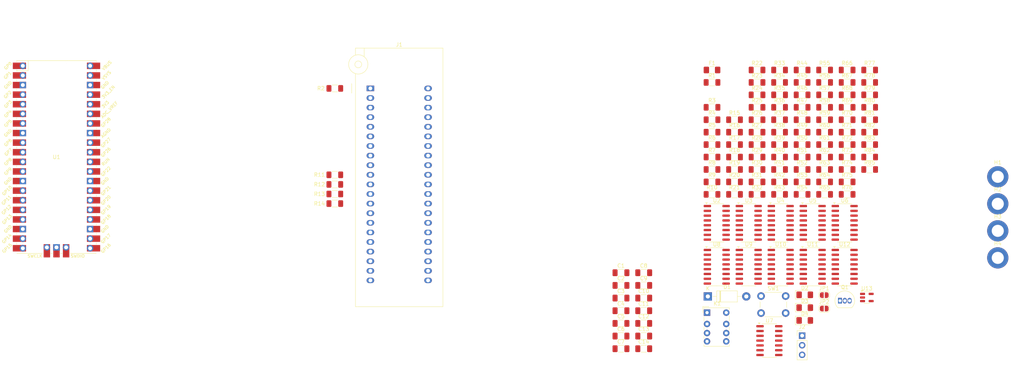
<source format=kicad_pcb>
(kicad_pcb (version 20240108) (generator "pcbnew") (generator_version "8.0")
  (layers (0 "F.Cu" signal) (31 "B.Cu" signal) (34 "B.Paste" user) (35 "F.Paste" user) (36 "B.SilkS" user "B.Silkscreen") (37 "F.SilkS" user "F.Silkscreen") (38 "B.Mask" user) (39 "F.Mask" user) (44 "Edge.Cuts" user))
  (net 0 "")
  (net 1 "GND")
  (net 2 "/SWITCHED_VCC")
  (net 3 "VCC")
  (net 4 "+3V3")
  (net 5 "Net-(D1-A)")
  (net 6 "Net-(D2-K)")
  (net 7 "Net-(D3-A)")
  (net 8 "Net-(D4-A)")
  (net 9 "Net-(U1-VBUS)")
  (net 10 "/ZIF_4")
  (net 11 "/ZIF_2")
  (net 12 "/ZIF_33")
  (net 13 "/ZIF_37")
  (net 14 "/ZIF_26")
  (net 15 "/ZIF_15")
  (net 16 "/ZIF_34")
  (net 17 "/ZIF_11")
  (net 18 "/ZIF_29")
  (net 19 "/ZIF_17")
  (net 20 "/ZIF_22")
  (net 21 "/ZIF_20")
  (net 22 "/ZIF_25")
  (net 23 "/ZIF_3")
  (net 24 "/ZIF_1")
  (net 25 "/ZIF_12")
  (net 26 "/ZIF_31")
  (net 27 "/ZIF_14")
  (net 28 "/ZIF_27")
  (net 29 "/ZIF_8")
  (net 30 "/ZIF_32")
  (net 31 "/ZIF_24")
  (net 32 "/ZIF_41")
  (net 33 "/ZIF_18")
  (net 34 "/ZIF_40")
  (net 35 "/ZIF_13")
  (net 36 "/ZIF_30")
  (net 37 "/ZIF_39")
  (net 38 "/ZIF_7")
  (net 39 "/ZIF_10")
  (net 40 "/ZIF_38")
  (net 41 "/ZIF_23")
  (net 42 "/ZIF_35")
  (net 43 "/ZIF_36")
  (net 44 "/ZIF_6")
  (net 45 "/ZIF_5")
  (net 46 "/ZIF_28")
  (net 47 "/ZIF_16")
  (net 48 "/ZIF_9")
  (net 49 "/ZIF_19")
  (net 50 "Net-(J2-Pin_3)")
  (net 51 "Net-(J2-Pin_1)")
  (net 52 "Net-(JP1-B)")
  (net 53 "Net-(JP2-B)")
  (net 56 "Net-(Q1-B)")
  (net 57 "Net-(R1-Pad1)")
  (net 58 "Net-(U2-QA)")
  (net 59 "Net-(U2-QB)")
  (net 60 "Net-(U2-QC)")
  (net 61 "Net-(U2-QD)")
  (net 62 "Net-(U2-QE)")
  (net 63 "Net-(U2-QF)")
  (net 64 "Net-(U2-QG)")
  (net 65 "Net-(U2-QH)")
  (net 66 "Net-(U3-QA)")
  (net 67 "Net-(U3-QB)")
  (net 68 "Net-(U3-QC)")
  (net 69 "Net-(U3-QD)")
  (net 70 "Net-(U3-QE)")
  (net 71 "Net-(U3-QF)")
  (net 72 "Net-(U3-QG)")
  (net 73 "Net-(U3-QH)")
  (net 74 "Net-(U4-QA)")
  (net 75 "Net-(U4-QB)")
  (net 76 "Net-(U4-QC)")
  (net 77 "Net-(U4-QD)")
  (net 78 "Net-(U4-QE)")
  (net 79 "Net-(U4-QF)")
  (net 80 "Net-(U4-QG)")
  (net 81 "Net-(U4-QH)")
  (net 82 "Net-(U5-QA)")
  (net 83 "Net-(U5-QB)")
  (net 84 "Net-(U5-QC)")
  (net 85 "Net-(U5-QD)")
  (net 86 "Net-(U5-QE)")
  (net 87 "Net-(U5-QF)")
  (net 88 "Net-(U5-QG)")
  (net 89 "Net-(U5-QH)")
  (net 90 "Net-(U6-QA)")
  (net 91 "Net-(U6-QB)")
  (net 92 "Net-(U6-QC)")
  (net 93 "Net-(U6-QD)")
  (net 94 "Net-(U6-QE)")
  (net 95 "Net-(U6-QF)")
  (net 96 "Net-(U6-QG)")
  (net 97 "Net-(U6-QH)")
  (net 98 "/SIPO_CLK")
  (net 99 "/PISO_CLK")
  (net 100 "Net-(U1-RUN)")
  (net 103 "/~{SIPO_OE}")
  (net 106 "/SIPO_SER")
  (net 112 "/SIPO_RCLK")
  (net 116 "/~{SIPO_CLR}")
  (net 122 "/PISO_SH")
  (net 125 "/~{PISO_CLR}")
  (net 128 "/PISO_INH")
  (net 131 "/~{RELAY_ENABLE}")
  (net 132 "/PISO_SER_3V3")
  (net 144 "Net-(U2-QH')")
  (net 145 "Net-(U2-~{OE})")
  (net 146 "Net-(U3-QH')")
  (net 147 "Net-(U4-QH')")
  (net 148 "Net-(U5-QH')")
  (net 150 "Net-(U7-Pad4)")
  (net 151 "Net-(U7-Pad1)")
  (net 152 "Net-(U8-Qh)")
  (net 153 "Net-(U10-Ds)")
  (net 155 "Net-(U10-Qh)")
  (net 156 "Net-(U11-Qh)")
  (net 157 "/PISO_SER")
  (footprint "Resistor_SMD:R_1206_3216Metric_Pad1.30x1.75mm_HandSolder" (layer "F.Cu") (at 228.01 74.549)
    (property "Reference" "R29")
    (property "Value" "10K")
  )
  (footprint "Resistor_SMD:R_1206_3216Metric_Pad1.30x1.75mm_HandSolder" (layer "F.Cu") (at 245.86 84.419)
    (property "Reference" "R65")
    (property "Value" "100K")
  )
  (footprint "Resistor_SMD:R_1206_3216Metric_Pad1.30x1.75mm_HandSolder" (layer "F.Cu") (at 222.06 71.259)
    (property "Reference" "R17")
    (property "Value" "10K")
  )
  (footprint "Package_SO:SOIC-16_3.9x9.9mm_P1.27mm" (layer "F.Cu") (at 225.81 103.579)
    (property "Reference" "U9")
    (property "Value" "74HCT166")
  )
  (footprint "Resistor_SMD:R_1206_3216Metric_Pad1.30x1.75mm_HandSolder" (layer "F.Cu") (at 216.11 67.969)
    (property "Reference" "R5")
    (property "Value" "10K")
  )
  (footprint "Capacitor_SMD:C_1206_3216Metric_Pad1.33x1.80mm_HandSolder" (layer "F.Cu") (at 192.06 121.909)
    (property "Reference" "C6")
    (property "Value" "100nF")
  )
  (footprint "Capacitor_SMD:C_1206_3216Metric_Pad1.33x1.80mm_HandSolder" (layer "F.Cu") (at 192.06 111.859)
    (property "Reference" "C3")
    (property "Value" "100nF")
  )
  (footprint "Capacitor_SMD:C_1206_3216Metric_Pad1.33x1.80mm_HandSolder" (layer "F.Cu") (at 198.07 111.859)
    (property "Reference" "C10")
    (property "Value" "100nF")
  )
  (footprint "Resistor_SMD:R_1206_3216Metric_Pad1.30x1.75mm_HandSolder" (layer "F.Cu") (at 233.96 81.129)
    (property "Reference" "R42")
    (property "Value" "100K")
  )
  (footprint "Resistor_SMD:R_1206_3216Metric_Pad1.30x1.75mm_HandSolder" (layer "F.Cu") (at 251.81 67.969)
    (property "Reference" "R71")
    (property "Value" "100K")
  )
  (footprint "Capacitor_SMD:C_1206_3216Metric_Pad1.33x1.80mm_HandSolder" (layer "F.Cu") (at 198.07 121.909)
    (property "Reference" "C13")
    (property "Value" "100nF")
  )
  (footprint "Resistor_SMD:R_1206_3216Metric_Pad1.30x1.75mm_HandSolder" (layer "F.Cu") (at 228.01 54.809)
    (property "Reference" "R23")
    (property "Value" "10K")
  )
  (footprint "Resistor_SMD:R_1206_3216Metric_Pad1.30x1.75mm_HandSolder" (layer "F.Cu") (at 239.91 67.969)
    (property "Reference" "R49")
    (property "Value" "100K")
  )
  (footprint "MountingHole:MountingHole_3.2mm_M3_DIN965_Pad" (layer "F.Cu") (at 291.609 101.225)
    (property "Reference" "H4")
    (property "Value" "MountingHole_Pad")
  )
  (footprint "Capacitor_SMD:C_1206_3216Metric_Pad1.33x1.80mm_HandSolder" (layer "F.Cu") (at 198.07 105.159)
    (property "Reference" "C8")
    (property "Value" "100nF")
  )
  (footprint "Resistor_SMD:R_1206_3216Metric_Pad1.30x1.75mm_HandSolder" (layer "F.Cu") (at 257.76 61.389)
    (property "Reference" "R80")
    (property "Value" "100K")
  )
  (footprint "Capacitor_SMD:C_1206_3216Metric_Pad1.33x1.80mm_HandSolder" (layer "F.Cu") (at 198.07 118.559)
    (property "Reference" "C12")
    (property "Value" "100nF")
  )
  (footprint "Capacitor_SMD:C_1206_3216Metric_Pad1.33x1.80mm_HandSolder" (layer "F.Cu") (at 192.06 108.509)
    (property "Reference" "C2")
    (property "Value" "10uF")
  )
  (footprint "Diode_THT:D_DO-41_SOD81_P10.16mm_Horizontal" (layer "F.Cu") (at 215.01 111.429)
    (property "Reference" "D1")
    (property "Value" "1N5818")
  )
  (footprint "MountingHole:MountingHole_3.2mm_M3_DIN965_Pad" (layer "F.Cu") (at 291.609 94.075)
    (property "Reference" "H3")
    (property "Value" "MountingHole_Pad")
  )
  (footprint "Resistor_SMD:R_1206_3216Metric_Pad1.30x1.75mm_HandSolder" (layer "F.Cu") (at 216.11 77.839)
    (property "Reference" "R8")
    (property "Value" "10K")
  )
  (footprint "Resistor_SMD:R_1206_3216Metric_Pad1.30x1.75mm_HandSolder" (layer "F.Cu") (at 222.06 81.129)
    (property "Reference" "R20")
    (property "Value" "10K")
  )
  (footprint "Resistor_SMD:R_1206_3216Metric_Pad1.30x1.75mm_HandSolder" (layer "F.Cu") (at 251.81 51.519)
    (property "Reference" "R66")
    (property "Value" "100K")
  )
  (footprint "Resistor_SMD:R_1206_3216Metric_Pad1.30x1.75mm_HandSolder" (layer "F.Cu") (at 257.76 77.839)
    (property "Reference" "R85")
    (property "Value" "100K")
  )
  (footprint "Jumper:SolderJumper-2_P1.3mm_Open_RoundedPad1.0x1.5mm" (layer "F.Cu") (at 245.76 111.079)
    (property "Reference" "JP1")
    (property "Value" "Switch 1")
  )
  (footprint "Capacitor_SMD:C_1206_3216Metric_Pad1.33x1.80mm_HandSolder" (layer "F.Cu") (at 192.06 118.559)
    (property "Reference" "C5")
    (property "Value" "100nF")
  )
  (footprint "Resistor_SMD:R_1206_3216Metric_Pad1.30x1.75mm_HandSolder" (layer "F.Cu") (at 222.06 84.419)
    (property "Reference" "R21")
    (property "Value" "10K")
  )
  (footprint "Resistor_SMD:R_1206_3216Metric_Pad1.30x1.75mm_HandSolder" (layer "F.Cu") (at 228.01 64.679)
    (property "Reference" "R26")
    (property "Value" "10K")
  )
  (footprint "Resistor_SMD:R_1206_3216Metric_Pad1.30x1.75mm_HandSolder" (layer "F.Cu") (at 233.96 54.809)
    (property "Reference" "R34")
    (property "Value" "10K")
  )
  (footprint "Package_SO:SOIC-16_3.9x9.9mm_P1.27mm" (layer "F.Cu") (at 242.71 103.579)
    (property "Reference" "U11")
    (property "Value" "74HCT166")
  )
  (footprint "Package_SO:SOIC-14_3.9x8.7mm_P1.27mm" (layer "F.Cu") (at 231.27 123.114)
    (property "Reference" "U7")
    (property "Value" "74HCT02")
  )
  (footprint "Resistor_SMD:R_1206_3216Metric_Pad1.30x1.75mm_HandSolder" (layer "F.Cu") (at 216.11 71.259)
    (property "Reference" "R6")
    (property "Value" "10K")
  )
  (footprint "Resistor_SMD:R_1206_3216Metric_Pad1.30x1.75mm_HandSolder" (layer "F.Cu") (at 245.86 58.099)
    (property "Reference" "R57")
    (property "Value" "100K")
  )
  (footprint "Resistor_SMD:R_1206_3216Metric_Pad1.30x1.75mm_HandSolder" (layer "F.Cu") (at 228.01 61.389)
    (property "Reference" "R25")
    (property "Value" "10K")
  )
  (footprint "Resistor_SMD:R_1206_3216Metric_Pad1.30x1.75mm_HandSolder" (layer "F.Cu") (at 239.91 81.129)
    (property "Reference" "R53")
    (property "Value" "100K")
  )
  (footprint "Capacitor_SMD:C_1206_3216Metric_Pad1.33x1.80mm_HandSolder" (layer "F.Cu") (at 198.07 115.209)
    (property "Reference" "C11")
    (property "Value" "100nF")
  )
  (footprint "Resistor_SMD:R_1206_3216Metric_Pad1.30x1.75mm_HandSolder" (layer "F.Cu") (at 228.01 84.419)
    (property "Reference" "R32")
    (property "Value" "10K")
  )
  (footprint "Resistor_SMD:R_1206_3216Metric_Pad1.30x1.75mm_HandSolder" (layer "F.Cu") (at 257.76 74.549)
    (property "Reference" "R84")
    (property "Value" "100K")
  )
  (footprint "Resistor_SMD:R_1206_3216Metric_Pad1.30x1.75mm_HandSolder" (layer "F.Cu") (at 228.01 67.969)
    (property "Reference" "R27")
    (property "Value" "10K")
  )
  (footprint "Resistor_SMD:R_1206_3216Metric_Pad1.30x1.75mm_HandSolder" (layer "F.Cu") (at 233.96 74.549)
    (property "Reference" "R40")
    (property "Value" "10K")
  )
  (footprint "Capacitor_SMD:C_1206_3216Metric_Pad1.33x1.80mm_HandSolder" (layer "F.Cu") (at 192.06 115.209)
    (property "Reference" "C4")
    (property "Value" "100nF")
  )
  (footprint "Resistor_SMD:R_1206_3216Metric_Pad1.30x1.75mm_HandSolder" (layer "F.Cu") (at 216.11 81.129)
    (property "Reference" "R9")
    (property "Value" "10K")
  )
  (footprint "Resistor_SMD:R_1206_3216Metric_Pad1.30x1.75mm_HandSolder" (layer "F.Cu") (at 251.81 54.809)
    (property "Reference" "R67")
    (property "Value" "100K")
  )
  (footprint "Resistor_SMD:R_1206_3216Metric_Pad1.30x1.75mm_HandSolder" (layer "F.Cu") (at 233.96 84.419)
    (property "Reference" "R43")
    (property "Value" "1.2K")
  )
  (footprint "Resistor_SMD:R_1206_3216Metric_Pad1.30x1.75mm_HandSolder" (layer "F.Cu") (at 245.86 77.839)
    (property "Reference" "R63")
    (property "Value" "100K")
  )
  (footprint "LED_SMD:LED_1206_3216Metric_Pad1.42x1.75mm_HandSolder" (layer "F.Cu") (at 240.615 114.389)
    (property "Reference" "D3")
    (property "Value" "SIPO ACT")
  )
  (footprint "Resistor_SMD:R_1206_3216Metric_Pad1.30x1.75mm_HandSolder" (layer "F.Cu") (at 228.01 81.129)
    (property "Reference" "R31")
    (property "Value" "10K")
  )
  (footprint "Package_SO:SOIC-16_3.9x9.9mm_P1.27mm" (layer "F.Cu") (at 225.81 91.959)
    (property "Reference" "U3")
    (property "Value" "74HCT595")
  )
  (footprint "Jumper:SolderJumper-2_P1.3mm_Open_RoundedPad1.0x1.5mm" (layer "F.Cu") (at 245.76 114.629)
    (property "Reference" "JP2")
    (property "Value" "Switch 2")
  )
  (footprint "LED_SMD:LED_1206_3216Metric_Pad1.42x1.75mm_HandSolder" (layer "F.Cu") (at 240.615 110.999)
    (property "Reference" "D2")
    (property "Value" "SOCKET VCC")
  )
  (footprint "Resistor_SMD:R_1206_3216Metric_Pad1.30x1.75mm_HandSolder" (layer "F.Cu") (at 245.86 67.969)
    (property "Reference" "R60")
    (property "Value" "100K")
  )
  (footprint "Resistor_SMD:R_1206_3216Metric_Pad1.30x1.75mm_HandSolder" (layer "F.Cu") (at 216.11 84.419)
    (property "Reference" "R10")
    (property "Value" "10K")
  )
  (footprint "Package_SO:SOIC-16_3.9x9.9mm_P1.27mm" (layer "F.Cu") (at 217.36 103.579)
    (property "Reference" "U8")
    (property "Value" "74HCT166")
  )
  (footprint "Resistor_SMD:R_1206_3216Metric_Pad1.30x1.75mm_HandSolder" (layer "F.Cu") (at 239.91 71.259)
    (property "Reference" "R50")
    (property "Value" "100K")
  )
  (footprint "Resistor_SMD:R_1206_3216Metric_Pad1.30x1.75mm_HandSolder" (layer "F.Cu") (at 233.96 64.679)
    (property "Reference" "R37")
    (property "Value" "10K")
  )
  (footprint "Resistor_SMD:R_1206_3216Metric_Pad1.30x1.75mm_HandSolder" (layer "F.Cu") (at 245.86 74.549)
    (property "Reference" "R62")
    (property "Value" "100K")
  )
  (footprint "Resistor_SMD:R_1206_3216Metric_Pad1.30x1.75mm_HandSolder" (layer "F.Cu") (at 239.91 77.839)
    (property "Reference" "R52")
    (property "Value" "100K")
  )
  (footprint "Capacitor_SMD:C_1206_3216Metric_Pad1.33x1.80mm_HandSolder" (layer "F.Cu") (at 198.07 125.259)
    (property "Reference" "C14")
    (property "Value" "100nF")
  )
  (footprint "Resistor_SMD:R_1206_3216Metric_Pad1.30x1.75mm_HandSolder" (layer "F.Cu") (at 222.06 64.679)
    (property "Reference" "R15")
    (property "Value" "10K")
  )
  (footprint "Package_SO:SOIC-16_3.9x9.9mm_P1.27mm" (layer "F.Cu") (at 217.36 91.959)
    (property "Reference" "U2")
    (property "Value" "74HCT595")
  )
  (footprint "Package_TO_SOT_THT:TO-92_Inline" (layer "F.Cu") (at 249.92 112.559)
    (property "Reference" "Q1")
    (property "Value" "2N3904")
  )
  (footprint "Resistor_SMD:R_1206_3216Metric_Pad1.30x1.75mm_HandSolder" (layer "F.Cu") (at 116.459 86.868)
    (property "Reference" "R14")
    (property "Value" "10K")
  )
  (footprint "Resistor_SMD:R_1206_3216Metric_Pad1.30x1.75mm_HandSolder" (layer "F.Cu") (at 257.76 58.099)
    (property "Reference" "R79")
    (property "Value" "100K")
  )
  (footprint "Resistor_SMD:R_1206_3216Metric_Pad1.30x1.75mm_HandSolder" (layer "F.Cu") (at 245.86 64.679)
    (property "Reference" "R59")
    (property "Value" "100K")
  )
  (footprint "Resistor_SMD:R_1206_3216Metric_Pad1.30x1.75mm_HandSolder" (layer "F.Cu") (at 233.96 77.839)
    (property "Reference" "R41")
    (property "Value" "10K")
  )
  (footprint "Resistor_SMD:R_1206_3216Metric_Pad1.30x1.75mm_HandSolder" (layer "F.Cu") (at 239.91 58.099)
    (property "Reference" "R46")
    (property "Value" "100K")
  )
  (footprint "Resistor_SMD:R_1206_3216Metric_Pad1.30x1.75mm_HandSolder" (layer "F.Cu") (at 233.96 67.969)
    (property "Reference" "R38")
    (property "Value" "10K")
  )
  (footprint "Resistor_SMD:R_1206_3216Metric_Pad1.30x1.75mm_HandSolder" (layer "F.Cu") (at 216.11 64.679)
    (property "Reference" "R4")
    (property "Value" "10K")
  )
  (footprint "Resistor_SMD:R_1206_3216Metric_Pad1.30x1.75mm_HandSolder" (layer "F.Cu") (at 251.81 74.549)
    (property "Reference" "R73")
    (property "Value" "100K")
  )
  (footprint "Resistor_SMD:R_1206_3216Metric_Pad1.30x1.75mm_HandSolder" (layer "F.Cu") (at 116.459 56.388)
    (property "Reference" "R2")
    (property "Value" "10K")
  )
  (footprint "LED_SMD:LED_1206_3216Metric_Pad1.42x1.75mm_HandSolder" (layer "F.Cu") (at 240.615 117.779)
    (property "Reference" "D4")
    (property "Value" "PISO ACT")
  )
  (footprint "Resistor_SMD:R_1206_3216Metric_Pad1.30x1.75mm_HandSolder" (layer "F.Cu") (at 116.459 84.328)
    (property "Reference" "R13")
    (property "Value" "10K")
  )
  (footprint "Package_TO_SOT_SMD:SOT-23-5" (layer "F.Cu") (at 257.02 111.704)
    (property "Reference" "U13")
    (property "Value" "SN74LV1T125DBV")
  )
  (footprint "Resistor_SMD:R_1206_3216Metric_Pad1.30x1.75mm_HandSolder" (layer "F.Cu") (at 251.81 77.839)
    (property "Reference" "R74")
    (property "Value" "100K")
  )
  (footprint "Resistor_SMD:R_1206_3216Metric_Pad1.30x1.75mm_HandSolder" (layer "F.Cu") (at 257.76 51.519)
    (property "Reference" "R77")
    (property "Value" "100K")
  )
  (footprint "Resistor_SMD:R_1206_3216Metric_Pad1.30x1.75mm_HandSolder" (layer "F.Cu") (at 257.76 64.679)
    (property "Reference" "R81")
    (property "Value" "100K")
  )
  (footprint "Resistor_SMD:R_1206_3216Metric_Pad1.30x1.75mm_HandSolder" (layer "F.Cu") (at 251.81 58.099)
    (property "Reference" "R68")
    (property "Value" "100K")
  )
  (footprint "Relay_THT:Relay_DPDT_Omron_G6K-2P-Y" (layer "F.Cu") (at 214.795 115.714)
    (property "Reference" "K1")
    (property "Value" "G6K-2")
  )
  (footprint "Button_Switch_THT:SW_PUSH_6mm" (layer "F.Cu") (at 229.07 111.329)
    (property "Reference" "SW1")
    (property "Value" "RESET")
  )
  (footprint "Resistor_SMD:R_1206_3216Metric_Pad1.30x1.75mm_HandSolder" (layer "F.Cu") (at 239.91 51.519)
    (property "Reference" "R44")
    (property "Value" "1K")
  )
  (footprint "Resistor_SMD:R_1206_3216Metric_Pad1.30x1.75mm_HandSolder" (layer "F.Cu") (at 116.459 81.788)
    (property "Reference" "R12")
    (property "Value" "10K")
  )
  (footprint "Resistor_SMD:R_1206_3216Metric_Pad1.30x1.75mm_HandSolder" (layer "F.Cu") (at 216.11 54.809)
    (property "Reference" "R1")
    (property "Value" "2.2K")
  )
  (footprint "Resistor_SMD:R_1206_3216Metric_Pad1.30x1.75mm_HandSolder" (layer "F.Cu") (at 239.91 61.389)
    (property "Reference" "R47")
    (property "Value" "100K")
  )
  (footprint "Package_SO:SOIC-16_3.9x9.9mm_P1.27mm" (layer "F.Cu") (at 234.26 103.579)
    (property "Reference" "U10")
    (property "Value" "74HCT166")
  )
  (footprint "Socket:DIP_Socket-42_W11.9_W12.7_W15.24_W17.78_W18.5_3M_242-1281-00-0602J" (layer "F.Cu") (at 125.857 56.388)
    (property "Reference" "J1")
    (property "Value" "ZIF Socket")
  )
  (footprint "MountingHole:MountingHole_3.2mm_M3_DIN965_Pad" (layer "F.Cu") (at 291.609 79.775)
    (property "Reference" "H1")
    (property "Value" "MountingHole_Pad")
  )
  (footprint "Resistor_SMD:R_1206_3216Metric_Pad1.30x1.75mm_HandSolder" (layer "F.Cu") (at 245.86 81.129)
    (property "Reference" "R64")
    (property "Value" "100K")
  )
  (footprint "Resistor_SMD:R_1206_3216Metric_Pad1.30x1.75mm_HandSolder" (layer "F.Cu") (at 245.86 71.259)
    (property "Reference" "R61")
    (property "Value" "100K")
  )
  (footprint "Resistor_SMD:R_1206_3216Metric_Pad1.30x1.75mm_HandSolder" (layer "F.Cu") (at 233.96 58.099)
    (property "Reference" "R35")
    (property "Value" "10K")
  )
  (footprint "Resistor_SMD:R_1206_3216Metric_Pad1.30x1.75mm_HandSolder" (layer "F.Cu") (at 233.96 61.389)
    (property "Reference" "R36")
    (property "Value" "10K")
  )
  (footprint "Package_SO:SOIC-16_3.9x9.9mm_P1.27mm" (layer "F.Cu") (at 242.71 91.959)
    (property "Reference" "U5")
    (property "Value" "74HCT595")
  )
  (footprint "Capacitor_SMD:C_1206_3216Metric_Pad1.33x1.80mm_HandSolder" (layer "F.Cu") (at 192.06 105.159)
    (property "Reference" "C1")
    (property "Value" "100nF")
  )
  (footprint "Resistor_SMD:R_1206_3216Metric_Pad1.30x1.75mm_HandSolder" (layer "F.Cu") (at 239.91 74.549)
    (property "Reference" "R51")
    (property "Value" "100K")
  )
  (footprint "Resistor_SMD:R_1206_3216Metric_Pad1.30x1.75mm_HandSolder" (layer "F.Cu") (at 257.76 71.259)
    (property "Reference" "R83")
    (property "Value" "100K")
  )
  (footprint "Connector_PinHeader_2.54mm:PinHeader_1x03_P2.54mm_Vertical" (layer "F.Cu") (at 239.92 121.799)
    (property "Reference" "J2")
    (property "Value" "Debug Header")
  )
  (footprint "Resistor_SMD:R_1206_3216Metric_Pad1.30x1.75mm_HandSolder" (layer "F.Cu") (at 228.01 51.519)
    (property "Reference" "R22")
    (property "Value" "10K")
  )
  (footprint "Package_SO:SOIC-16_3.9x9.9mm_P1.27mm" (layer "F.Cu") (at 234.26 91.959)
    (property "Reference" "U4")
    (property "Value" "74HCT595")
  )
  (footprint "Resistor_SMD:R_1206_3216Metric_Pad1.30x1.75mm_HandSolder" (layer "F.Cu") (at 251.81 64.679)
    (property "Reference" "R70")
    (property "Value" "100K")
  )
  (footprint "Package_SO:SOIC-16_3.9x9.9mm_P1.27mm" (layer "F.Cu") (at 251.16 103.579)
    (property "Reference" "U12")
    (property "Value" "74HCT166")
  )
  (footprint "Fuse:Fuse_1206_3216Metric_Pad1.42x1.75mm_HandSolder" (layer "F.Cu") (at 216.11 51.519)
    (property "Reference" "F1")
    (property "Value" "500mA")
  )
  (footprint "MCU_RaspberryPi_and_Boards:RPi_Pico_SMD_TH" (layer "F.Cu") (at 42.926 74.549)
    (property "Reference" "U1")
    (property "Value" "Pico")
  )
  (footprint "Resistor_SMD:R_1206_3216Metric_Pad1.30x1.75mm_HandSolder" (layer "F.Cu") (at 228.01 71.259)
    (property "Reference" "R28")
    (property "Value" "10K")
  )
  (footprint "Capacitor_SMD:C_1206_3216Metric_Pad1.33x1.80mm_HandSolder" (layer "F.Cu") (at 192.06 125.259)
    (property "Reference" "C7")
    (property "Value" "100nF")
  )
  (footprint "Resistor_SMD:R_1206_3216Metric_Pad1.30x1.75mm_HandSolder" (layer "F.Cu") (at 222.06 74.549)
    (property "Reference" "R18")
    (property "Value" "10K")
  )
  (footprint "Resistor_SMD:R_1206_3216Metric_Pad1.30x1.75mm_HandSolder" (layer "F.Cu") (at 116.459 79.248)
    (property "Reference" "R11")
    (property "Value" "10K")
  )
  (footprint "Resistor_SMD:R_1206_3216Metric_Pad1.30x1.75mm_HandSolder" (layer "F.Cu") (at 222.06 67.969)
    (property "Reference" "R16")
    (property "Value" "10K")
  )
  (footprint "Resistor_SMD:R_1206_3216Metric_Pad1.30x1.75mm_HandSolder" (layer "F.Cu") (at 228.01 77.839)
    (property "Reference" "R30")
    (property "Value" "10K")
  )
  (footprint "Resistor_SMD:R_1206_3216Metric_Pad1.30x1.75mm_HandSolder" (layer "F.Cu") (at 245.86 61.389)
    (property "Reference" "R58")
    (property "Value" "100K")
  )
  (footprint "Resistor_SMD:R_1206_3216Metric_Pad1.30x1.75mm_HandSolder" (layer "F.Cu") (at 257.76 67.969)
    (property "Reference" "R82")
    (property "Value" "100K")
  )
  (footprint "Resistor_SMD:R_1206_3216Metric_Pad1.30x1.75mm_HandSolder" (layer "F.Cu") (at 251.81 84.419)
    (property "Reference" "R76")
    (property "Value" "100K")
  )
  (footprint "Package_SO:SOIC-16_3.9x9.9mm_P1.27mm" (layer "F.Cu") (at 251.16 91.959)
    (property "Reference" "U6")
    (property "Value" "74HCT595")
  )
  (footprint "Resistor_SMD:R_1206_3216Metric_Pad1.30x1.75mm_HandSolder" (layer "F.Cu") (at 233.96 71.259)
    (property "Reference" "R39")
    (property "Value" "10K")
  )
  (footprint "Resistor_SMD:R_1206_3216Metric_Pad1.30x1.75mm_HandSolder" (layer "F.Cu") (at 251.81 61.389)
    (property "Reference" "R69")
    (property "Value" "100K")
  )
  (footprint "Resistor_SMD:R_1206_3216Metric_Pad1.30x1.75mm_HandSolder" (layer "F.Cu") (at 239.91 84.419)
    (property "Reference" "R54")
    (property "Value" "100K")
  )
  (footprint "Resistor_SMD:R_1206_3216Metric_Pad1.30x1.75mm_HandSolder" (layer "F.Cu") (at 216.11 74.549)
    (property "Reference" "R7")
    (property "Value" "10K")
  )
  (footprint "Resistor_SMD:R_1206_3216Metric_Pad1.30x1.75mm_HandSolder" (layer "F.Cu") (at 251.81 81.129)
    (property "Reference" "R75")
    (property "Value" "100K")
  )
  (footprint "Resistor_SMD:R_1206_3216Metric_Pad1.30x1.75mm_HandSolder" (layer "F.Cu") (at 239.91 54.809)
    (property "Reference" "R45")
    (property "Value" "1K")
  )
  (footprint "Resistor_SMD:R_1206_3216Metric_Pad1.30x1.75mm_HandSolder" (layer "F.Cu") (at 245.86 54.809)
    (property "Reference" "R56")
    (property "Value" "100K")
  )
  (footprint "Resistor_SMD:R_1206_3216Metric_Pad1.30x1.75mm_HandSolder" (layer "F.Cu") (at 257.76 54.809)
    (property "Reference" "R78")
    (property "Value" "100K")
  )
  (footprint "Resistor_SMD:R_1206_3216Metric_Pad1.30x1.75mm_HandSolder" (layer "F.Cu") (at 233.96 51.519)
    (property "Reference" "R33")
    (property "Value" "10K")
  )
  (footprint "MountingHole:MountingHole_3.2mm_M3_DIN965_Pad" (layer "F.Cu") (at 291.609 86.925)
    (property "Reference" "H2")
    (property "Value" "MountingHole_Pad")
  )
  (footprint "Resistor_SMD:R_1206_3216Metric_Pad1.30x1.75mm_HandSolder" (layer "F.Cu") (at 228.01 58.099)
    (property "Reference" "R24")
    (property "Value" "10K")
  )
  (footprint "Resistor_SMD:R_1206_3216Metric_Pad1.30x1.75mm_HandSolder" (layer "F.Cu") (at 216.11 61.389)
    (property "Reference" "R3")
    (property "Value" "10K")
  )
  (footprint "Resistor_SMD:R_1206_3216Metric_Pad1.30x1.75mm_HandSolder" (layer "F.Cu") (at 239.91 64.679)
    (property "Reference" "R48")
    (property "Value" "100K")
  )
  (footprint "Resistor_SMD:R_1206_3216Metric_Pad1.30x1.75mm_HandSolder" (layer "F.Cu") (at 251.81 71.259)
    (property "Reference" "R72")
    (property "Value" "100K")
  )
  (footprint "Capacitor_SMD:C_1206_3216Metric_Pad1.33x1.80mm_HandSolder" (layer "F.Cu") (at 198.07 108.509)
    (property "Reference" "C9")
    (property "Value" "100nF")
  )
  (footprint "Resistor_SMD:R_1206_3216Metric_Pad1.30x1.75mm_HandSolder" (layer "F.Cu") (at 222.06 77.839)
    (property "Reference" "R19")
    (property "Value" "10K")
  )
  (footprint "Resistor_SMD:R_1206_3216Metric_Pad1.30x1.75mm_HandSolder" (layer "F.Cu") (at 245.86 51.519)
    (property "Reference" "R55")
    (property "Value" "100K")
  )
)
</source>
